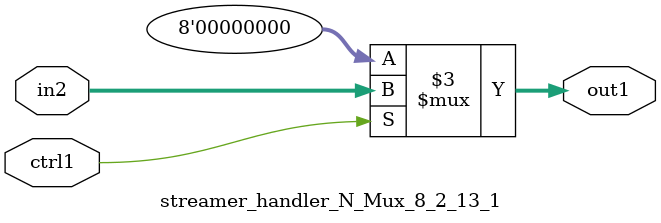
<source format=v>

`timescale 1ps / 1ps


module streamer_handler_N_Mux_8_2_13_1( in2, ctrl1, out1 );

    input [7:0] in2;
    input ctrl1;
    output [7:0] out1;
    reg [7:0] out1;

    
    // rtl_process:streamer_handler_N_Mux_8_2_13_1/streamer_handler_N_Mux_8_2_13_1_thread_1
    always @*
      begin : streamer_handler_N_Mux_8_2_13_1_thread_1
        case (ctrl1) 
          1'b1: 
            begin
              out1 = in2;
            end
          default: 
            begin
              out1 = 8'd000;
            end
        endcase
      end

endmodule


</source>
